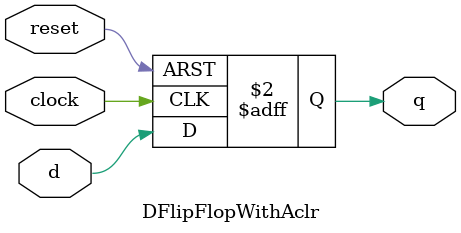
<source format=v>
/*
 * D-Type Flip Flop w/ AClr
 * ========================
 *
 * A simple D-Type Flip Flop Example with
 * asynchronous clear/reset input.
 *
 */

module DFlipFlopWithAclr (
    input clock,
    input reset,
    input d, 
    output reg q
);
always @( posedge clock or posedge reset) begin //At to rising edge of clock or reset 
    if (reset) begin //If the reset signal is high
        q <= 1'b0; //Clear the output q
    end else begin
        q <= d;    //Otherwise load the input value d onto the output q.
    end
end
endmodule

</source>
